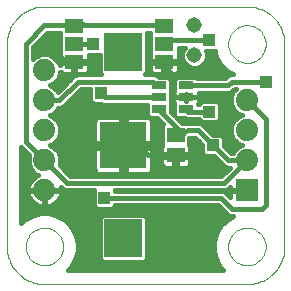
<source format=gbl>
G75*
G70*
%OFA0B0*%
%FSLAX24Y24*%
%IPPOS*%
%LPD*%
%AMOC8*
5,1,8,0,0,1.08239X$1,22.5*
%
%ADD10C,0.0000*%
%ADD11R,0.0740X0.0740*%
%ADD12C,0.0740*%
%ADD13R,0.0630X0.0460*%
%ADD14R,0.0500X0.0250*%
%ADD15C,0.0515*%
%ADD16R,0.1560X0.1560*%
%ADD17R,0.1250X0.1250*%
%ADD18R,0.0591X0.0512*%
%ADD19C,0.0160*%
%ADD20R,0.0396X0.0396*%
D10*
X000680Y001930D02*
X000680Y008680D01*
X000682Y008748D01*
X000687Y008815D01*
X000696Y008882D01*
X000709Y008949D01*
X000726Y009014D01*
X000745Y009079D01*
X000769Y009143D01*
X000796Y009205D01*
X000826Y009266D01*
X000859Y009324D01*
X000895Y009381D01*
X000935Y009436D01*
X000977Y009489D01*
X001023Y009540D01*
X001070Y009587D01*
X001121Y009633D01*
X001174Y009675D01*
X001229Y009715D01*
X001286Y009751D01*
X001344Y009784D01*
X001405Y009814D01*
X001467Y009841D01*
X001531Y009865D01*
X001596Y009884D01*
X001661Y009901D01*
X001728Y009914D01*
X001795Y009923D01*
X001862Y009928D01*
X001930Y009930D01*
X008680Y009930D01*
X008748Y009928D01*
X008815Y009923D01*
X008882Y009914D01*
X008949Y009901D01*
X009014Y009884D01*
X009079Y009865D01*
X009143Y009841D01*
X009205Y009814D01*
X009266Y009784D01*
X009324Y009751D01*
X009381Y009715D01*
X009436Y009675D01*
X009489Y009633D01*
X009540Y009587D01*
X009587Y009540D01*
X009633Y009489D01*
X009675Y009436D01*
X009715Y009381D01*
X009751Y009324D01*
X009784Y009266D01*
X009814Y009205D01*
X009841Y009143D01*
X009865Y009079D01*
X009884Y009014D01*
X009901Y008949D01*
X009914Y008882D01*
X009923Y008815D01*
X009928Y008748D01*
X009930Y008680D01*
X009930Y001930D01*
X009928Y001862D01*
X009923Y001795D01*
X009914Y001728D01*
X009901Y001661D01*
X009884Y001596D01*
X009865Y001531D01*
X009841Y001467D01*
X009814Y001405D01*
X009784Y001344D01*
X009751Y001286D01*
X009715Y001229D01*
X009675Y001174D01*
X009633Y001121D01*
X009587Y001070D01*
X009540Y001023D01*
X009489Y000977D01*
X009436Y000935D01*
X009381Y000895D01*
X009324Y000859D01*
X009266Y000826D01*
X009205Y000796D01*
X009143Y000769D01*
X009079Y000745D01*
X009014Y000726D01*
X008949Y000709D01*
X008882Y000696D01*
X008815Y000687D01*
X008748Y000682D01*
X008680Y000680D01*
X001930Y000680D01*
X001862Y000682D01*
X001795Y000687D01*
X001728Y000696D01*
X001661Y000709D01*
X001596Y000726D01*
X001531Y000745D01*
X001467Y000769D01*
X001405Y000796D01*
X001344Y000826D01*
X001286Y000859D01*
X001229Y000895D01*
X001174Y000935D01*
X001121Y000977D01*
X001070Y001023D01*
X001023Y001070D01*
X000977Y001121D01*
X000935Y001174D01*
X000895Y001229D01*
X000859Y001286D01*
X000826Y001344D01*
X000796Y001405D01*
X000769Y001467D01*
X000745Y001531D01*
X000726Y001596D01*
X000709Y001661D01*
X000696Y001728D01*
X000687Y001795D01*
X000682Y001862D01*
X000680Y001930D01*
X001305Y001930D02*
X001307Y001980D01*
X001313Y002029D01*
X001323Y002078D01*
X001336Y002125D01*
X001354Y002172D01*
X001375Y002217D01*
X001399Y002260D01*
X001427Y002301D01*
X001458Y002340D01*
X001492Y002376D01*
X001529Y002410D01*
X001569Y002440D01*
X001610Y002467D01*
X001654Y002491D01*
X001699Y002511D01*
X001746Y002527D01*
X001794Y002540D01*
X001843Y002549D01*
X001893Y002554D01*
X001942Y002555D01*
X001992Y002552D01*
X002041Y002545D01*
X002090Y002534D01*
X002137Y002520D01*
X002183Y002501D01*
X002228Y002479D01*
X002271Y002454D01*
X002311Y002425D01*
X002349Y002393D01*
X002385Y002359D01*
X002418Y002321D01*
X002447Y002281D01*
X002473Y002239D01*
X002496Y002195D01*
X002515Y002149D01*
X002531Y002102D01*
X002543Y002053D01*
X002551Y002004D01*
X002555Y001955D01*
X002555Y001905D01*
X002551Y001856D01*
X002543Y001807D01*
X002531Y001758D01*
X002515Y001711D01*
X002496Y001665D01*
X002473Y001621D01*
X002447Y001579D01*
X002418Y001539D01*
X002385Y001501D01*
X002349Y001467D01*
X002311Y001435D01*
X002271Y001406D01*
X002228Y001381D01*
X002183Y001359D01*
X002137Y001340D01*
X002090Y001326D01*
X002041Y001315D01*
X001992Y001308D01*
X001942Y001305D01*
X001893Y001306D01*
X001843Y001311D01*
X001794Y001320D01*
X001746Y001333D01*
X001699Y001349D01*
X001654Y001369D01*
X001610Y001393D01*
X001569Y001420D01*
X001529Y001450D01*
X001492Y001484D01*
X001458Y001520D01*
X001427Y001559D01*
X001399Y001600D01*
X001375Y001643D01*
X001354Y001688D01*
X001336Y001735D01*
X001323Y001782D01*
X001313Y001831D01*
X001307Y001880D01*
X001305Y001930D01*
X008055Y001930D02*
X008057Y001980D01*
X008063Y002029D01*
X008073Y002078D01*
X008086Y002125D01*
X008104Y002172D01*
X008125Y002217D01*
X008149Y002260D01*
X008177Y002301D01*
X008208Y002340D01*
X008242Y002376D01*
X008279Y002410D01*
X008319Y002440D01*
X008360Y002467D01*
X008404Y002491D01*
X008449Y002511D01*
X008496Y002527D01*
X008544Y002540D01*
X008593Y002549D01*
X008643Y002554D01*
X008692Y002555D01*
X008742Y002552D01*
X008791Y002545D01*
X008840Y002534D01*
X008887Y002520D01*
X008933Y002501D01*
X008978Y002479D01*
X009021Y002454D01*
X009061Y002425D01*
X009099Y002393D01*
X009135Y002359D01*
X009168Y002321D01*
X009197Y002281D01*
X009223Y002239D01*
X009246Y002195D01*
X009265Y002149D01*
X009281Y002102D01*
X009293Y002053D01*
X009301Y002004D01*
X009305Y001955D01*
X009305Y001905D01*
X009301Y001856D01*
X009293Y001807D01*
X009281Y001758D01*
X009265Y001711D01*
X009246Y001665D01*
X009223Y001621D01*
X009197Y001579D01*
X009168Y001539D01*
X009135Y001501D01*
X009099Y001467D01*
X009061Y001435D01*
X009021Y001406D01*
X008978Y001381D01*
X008933Y001359D01*
X008887Y001340D01*
X008840Y001326D01*
X008791Y001315D01*
X008742Y001308D01*
X008692Y001305D01*
X008643Y001306D01*
X008593Y001311D01*
X008544Y001320D01*
X008496Y001333D01*
X008449Y001349D01*
X008404Y001369D01*
X008360Y001393D01*
X008319Y001420D01*
X008279Y001450D01*
X008242Y001484D01*
X008208Y001520D01*
X008177Y001559D01*
X008149Y001600D01*
X008125Y001643D01*
X008104Y001688D01*
X008086Y001735D01*
X008073Y001782D01*
X008063Y001831D01*
X008057Y001880D01*
X008055Y001930D01*
X008055Y008680D02*
X008057Y008730D01*
X008063Y008779D01*
X008073Y008828D01*
X008086Y008875D01*
X008104Y008922D01*
X008125Y008967D01*
X008149Y009010D01*
X008177Y009051D01*
X008208Y009090D01*
X008242Y009126D01*
X008279Y009160D01*
X008319Y009190D01*
X008360Y009217D01*
X008404Y009241D01*
X008449Y009261D01*
X008496Y009277D01*
X008544Y009290D01*
X008593Y009299D01*
X008643Y009304D01*
X008692Y009305D01*
X008742Y009302D01*
X008791Y009295D01*
X008840Y009284D01*
X008887Y009270D01*
X008933Y009251D01*
X008978Y009229D01*
X009021Y009204D01*
X009061Y009175D01*
X009099Y009143D01*
X009135Y009109D01*
X009168Y009071D01*
X009197Y009031D01*
X009223Y008989D01*
X009246Y008945D01*
X009265Y008899D01*
X009281Y008852D01*
X009293Y008803D01*
X009301Y008754D01*
X009305Y008705D01*
X009305Y008655D01*
X009301Y008606D01*
X009293Y008557D01*
X009281Y008508D01*
X009265Y008461D01*
X009246Y008415D01*
X009223Y008371D01*
X009197Y008329D01*
X009168Y008289D01*
X009135Y008251D01*
X009099Y008217D01*
X009061Y008185D01*
X009021Y008156D01*
X008978Y008131D01*
X008933Y008109D01*
X008887Y008090D01*
X008840Y008076D01*
X008791Y008065D01*
X008742Y008058D01*
X008692Y008055D01*
X008643Y008056D01*
X008593Y008061D01*
X008544Y008070D01*
X008496Y008083D01*
X008449Y008099D01*
X008404Y008119D01*
X008360Y008143D01*
X008319Y008170D01*
X008279Y008200D01*
X008242Y008234D01*
X008208Y008270D01*
X008177Y008309D01*
X008149Y008350D01*
X008125Y008393D01*
X008104Y008438D01*
X008086Y008485D01*
X008073Y008532D01*
X008063Y008581D01*
X008057Y008630D01*
X008055Y008680D01*
D11*
X008680Y003805D03*
D12*
X008680Y004805D03*
X008680Y005805D03*
X008680Y006805D03*
X001930Y006805D03*
X001930Y007805D03*
X001930Y005805D03*
X001930Y004805D03*
X001930Y003805D03*
D13*
X002930Y008080D03*
X002930Y008680D03*
X002930Y009280D03*
X005930Y009280D03*
X005930Y008680D03*
X005930Y008080D03*
D14*
X005755Y007305D03*
X005755Y006905D03*
X005755Y006505D03*
X006655Y006505D03*
X006655Y006905D03*
X006655Y007305D03*
D15*
X006930Y008305D03*
X006930Y009305D03*
D16*
X004555Y005305D03*
D17*
X004555Y008405D03*
X004555Y002205D03*
D18*
X006305Y004970D03*
X006305Y005640D03*
D19*
X006720Y005805D01*
X007055Y005805D01*
X007555Y005305D01*
X008055Y004805D01*
X008680Y004805D01*
X007930Y004055D01*
X002680Y004055D01*
X001930Y004805D01*
X001305Y005430D01*
X001305Y008680D01*
X001930Y009305D01*
X003305Y009305D01*
X005780Y009305D01*
X005930Y009280D01*
X005455Y009065D02*
X005455Y008984D01*
X005459Y008980D01*
X005455Y008976D01*
X005455Y008393D01*
X005447Y008379D01*
X005435Y008334D01*
X005435Y008115D01*
X005895Y008115D01*
X005895Y008045D01*
X005965Y008045D01*
X005965Y008115D01*
X006425Y008115D01*
X006425Y008334D01*
X006413Y008379D01*
X006405Y008393D01*
X006405Y008565D01*
X006600Y008565D01*
X006576Y008541D01*
X006513Y008388D01*
X006513Y008222D01*
X006576Y008069D01*
X006694Y007951D01*
X006847Y007888D01*
X007013Y007888D01*
X007166Y007951D01*
X007284Y008069D01*
X007347Y008222D01*
X007347Y008388D01*
X007323Y008447D01*
X007598Y008447D01*
X007650Y008253D01*
X007796Y008002D01*
X008002Y007796D01*
X008219Y007670D01*
X008132Y007670D01*
X008044Y007633D01*
X007977Y007566D01*
X007956Y007545D01*
X007016Y007545D01*
X006971Y007590D01*
X006339Y007590D01*
X006245Y007496D01*
X006245Y007114D01*
X006245Y007113D01*
X006237Y007099D01*
X006225Y007054D01*
X006225Y006905D01*
X006655Y006905D01*
X006630Y006930D01*
X006305Y006930D01*
X006180Y007055D01*
X006180Y007680D01*
X005930Y007930D01*
X005930Y008080D01*
X005965Y008045D02*
X005965Y007670D01*
X006269Y007670D01*
X006314Y007682D01*
X006356Y007706D01*
X006389Y007739D01*
X006413Y007781D01*
X006425Y007826D01*
X006425Y008045D01*
X005965Y008045D01*
X005895Y008045D02*
X005895Y007670D01*
X005591Y007670D01*
X005546Y007682D01*
X005504Y007706D01*
X005471Y007739D01*
X005447Y007781D01*
X005435Y007826D01*
X005435Y008045D01*
X005895Y008045D01*
X005895Y007971D02*
X005965Y007971D01*
X005965Y007813D02*
X005895Y007813D01*
X005691Y007633D02*
X005603Y007670D01*
X005296Y007670D01*
X005340Y007714D01*
X005340Y009065D01*
X005455Y009065D01*
X005455Y008922D02*
X005340Y008922D01*
X005340Y008764D02*
X005455Y008764D01*
X005455Y008605D02*
X005340Y008605D01*
X005340Y008447D02*
X005455Y008447D01*
X005435Y008288D02*
X005340Y008288D01*
X005340Y008130D02*
X005435Y008130D01*
X005435Y007971D02*
X005340Y007971D01*
X005340Y007813D02*
X005439Y007813D01*
X005641Y007654D02*
X008094Y007654D01*
X007985Y007813D02*
X006421Y007813D01*
X006425Y007971D02*
X006674Y007971D01*
X006551Y008130D02*
X006425Y008130D01*
X006425Y008288D02*
X006513Y008288D01*
X006537Y008447D02*
X006405Y008447D01*
X006055Y008805D02*
X007430Y008805D01*
X007323Y008447D02*
X007599Y008447D01*
X007641Y008288D02*
X007347Y008288D01*
X007309Y008130D02*
X007722Y008130D01*
X007826Y007971D02*
X007186Y007971D01*
X006655Y007305D02*
X008055Y007305D01*
X008180Y007430D01*
X009305Y007430D01*
X008680Y006805D02*
X009305Y006180D01*
X009305Y003305D01*
X009180Y003180D01*
X008180Y003180D01*
X007805Y003555D01*
X003930Y003555D01*
X004288Y003795D02*
X004288Y003815D01*
X007978Y003815D01*
X008066Y003852D01*
X008130Y003916D01*
X008130Y003825D01*
X008660Y003825D01*
X008660Y003785D01*
X008130Y003785D01*
X008130Y003569D01*
X008008Y003691D01*
X007941Y003758D01*
X007853Y003795D01*
X004288Y003795D01*
X004288Y003315D02*
X007706Y003315D01*
X008044Y002977D01*
X008132Y002940D01*
X008219Y002940D01*
X008002Y002814D01*
X007796Y002608D01*
X007650Y002357D01*
X007575Y002075D01*
X007575Y001785D01*
X007650Y001503D01*
X007796Y001252D01*
X007887Y001160D01*
X002723Y001160D01*
X002814Y001252D01*
X002960Y001503D01*
X003035Y001785D01*
X003035Y002075D01*
X002960Y002357D01*
X002814Y002608D01*
X002608Y002814D01*
X002357Y002960D01*
X002075Y003035D01*
X001785Y003035D01*
X001503Y002960D01*
X001252Y002814D01*
X001160Y002723D01*
X001160Y005236D01*
X001425Y004971D01*
X001400Y004910D01*
X001400Y004700D01*
X001481Y004505D01*
X001630Y004356D01*
X001724Y004316D01*
X001719Y004315D01*
X001642Y004275D01*
X001572Y004225D01*
X001510Y004163D01*
X001460Y004093D01*
X001420Y004016D01*
X001394Y003934D01*
X001380Y003848D01*
X001380Y003825D01*
X001910Y003825D01*
X001910Y003785D01*
X001950Y003785D01*
X001950Y003825D01*
X002480Y003825D01*
X002480Y003848D01*
X002467Y003928D01*
X002544Y003852D01*
X002632Y003815D01*
X003572Y003815D01*
X003572Y003291D01*
X003666Y003197D01*
X004194Y003197D01*
X004288Y003291D01*
X004288Y003315D01*
X004213Y003216D02*
X007805Y003216D01*
X007963Y003058D02*
X001160Y003058D01*
X001160Y002899D02*
X001398Y002899D01*
X001178Y002741D02*
X001160Y002741D01*
X001160Y003216D02*
X003647Y003216D01*
X003572Y003375D02*
X002273Y003375D01*
X002288Y003385D02*
X002350Y003447D01*
X002400Y003517D01*
X002440Y003594D01*
X002466Y003676D01*
X002480Y003762D01*
X002480Y003785D01*
X001950Y003785D01*
X001950Y003255D01*
X001973Y003255D01*
X002059Y003269D01*
X002141Y003295D01*
X002218Y003335D01*
X002288Y003385D01*
X002409Y003533D02*
X003572Y003533D01*
X003572Y003692D02*
X002469Y003692D01*
X002480Y003850D02*
X002548Y003850D01*
X002779Y004295D02*
X002435Y004639D01*
X002460Y004700D01*
X002460Y004910D01*
X002379Y005105D01*
X002230Y005254D01*
X002108Y005305D01*
X002230Y005356D01*
X002379Y005505D01*
X002460Y005700D01*
X002460Y005910D01*
X002379Y006105D01*
X002230Y006254D01*
X002108Y006305D01*
X002230Y006356D01*
X002379Y006505D01*
X002404Y006565D01*
X002478Y006565D01*
X002566Y006602D01*
X002633Y006669D01*
X003154Y007190D01*
X003447Y007190D01*
X003447Y006791D01*
X003541Y006697D01*
X003830Y006697D01*
X003907Y006665D01*
X005345Y006665D01*
X005345Y006314D01*
X005408Y006251D01*
X005404Y006253D01*
X005359Y006265D01*
X004635Y006265D01*
X004635Y005385D01*
X005515Y005385D01*
X005515Y006109D01*
X005503Y006154D01*
X005479Y006196D01*
X005455Y006220D01*
X005676Y006220D01*
X005892Y006004D01*
X005850Y005962D01*
X005850Y005317D01*
X005853Y005314D01*
X005842Y005296D01*
X005830Y005250D01*
X005830Y005018D01*
X006257Y005018D01*
X006257Y004922D01*
X006353Y004922D01*
X006353Y004534D01*
X006624Y004534D01*
X006670Y004547D01*
X006711Y004570D01*
X006744Y004604D01*
X006768Y004645D01*
X006780Y004691D01*
X006780Y004922D01*
X006353Y004922D01*
X006353Y005018D01*
X006780Y005018D01*
X006780Y005250D01*
X006768Y005296D01*
X006757Y005314D01*
X006760Y005317D01*
X006760Y005548D01*
X006766Y005562D01*
X006768Y005565D01*
X006956Y005565D01*
X007197Y005324D01*
X007197Y005041D01*
X007291Y004947D01*
X007574Y004947D01*
X007852Y004669D01*
X007919Y004602D01*
X008007Y004565D01*
X008101Y004565D01*
X007831Y004295D01*
X002779Y004295D01*
X002749Y004326D02*
X007861Y004326D01*
X008020Y004484D02*
X005510Y004484D01*
X005515Y004501D02*
X005515Y005225D01*
X004635Y005225D01*
X004635Y005385D01*
X004475Y005385D01*
X004475Y006265D01*
X003751Y006265D01*
X003706Y006253D01*
X003664Y006229D01*
X003631Y006196D01*
X003607Y006154D01*
X003595Y006109D01*
X003595Y005385D01*
X004475Y005385D01*
X004475Y005225D01*
X004635Y005225D01*
X004635Y004345D01*
X005359Y004345D01*
X005404Y004357D01*
X005446Y004381D01*
X005479Y004414D01*
X005503Y004456D01*
X005515Y004501D01*
X005515Y004643D02*
X005843Y004643D01*
X005842Y004645D02*
X005866Y004604D01*
X005899Y004570D01*
X005940Y004547D01*
X005986Y004534D01*
X006257Y004534D01*
X006257Y004922D01*
X005830Y004922D01*
X005830Y004691D01*
X005842Y004645D01*
X005830Y004801D02*
X005515Y004801D01*
X005515Y004960D02*
X006257Y004960D01*
X006305Y004970D02*
X005390Y004970D01*
X005055Y005305D01*
X004635Y005277D02*
X005837Y005277D01*
X005830Y005118D02*
X005515Y005118D01*
X005515Y005435D02*
X005850Y005435D01*
X005850Y005594D02*
X005515Y005594D01*
X005515Y005752D02*
X005850Y005752D01*
X005850Y005911D02*
X005515Y005911D01*
X005515Y006069D02*
X005827Y006069D01*
X005805Y006430D02*
X005805Y006455D01*
X005755Y006505D01*
X005805Y006430D02*
X006555Y005680D01*
X006305Y005640D01*
X006676Y006046D02*
X006667Y006056D01*
X006519Y006056D01*
X006354Y006220D01*
X006610Y006220D01*
X006682Y006190D01*
X007072Y006190D01*
X007072Y006166D01*
X007166Y006072D01*
X007694Y006072D01*
X007788Y006166D01*
X007788Y006694D01*
X007694Y006788D01*
X007166Y006788D01*
X007072Y006694D01*
X007072Y006670D01*
X007065Y006670D01*
X007065Y006696D01*
X007065Y006697D01*
X007073Y006711D01*
X007085Y006756D01*
X007085Y006905D01*
X007085Y007054D01*
X007082Y007065D01*
X008103Y007065D01*
X008191Y007102D01*
X008279Y007190D01*
X008315Y007190D01*
X008231Y007105D01*
X008150Y006910D01*
X008150Y006700D01*
X008231Y006505D01*
X008380Y006356D01*
X008502Y006305D01*
X008380Y006254D01*
X008231Y006105D01*
X008150Y005910D01*
X008150Y005700D01*
X008231Y005505D01*
X008380Y005356D01*
X008502Y005305D01*
X008380Y005254D01*
X008231Y005105D01*
X008206Y005045D01*
X008154Y005045D01*
X007913Y005286D01*
X007913Y005569D01*
X007819Y005663D01*
X007536Y005663D01*
X007191Y006008D01*
X007103Y006045D01*
X006722Y006045D01*
X006676Y006046D01*
X006505Y006069D02*
X008216Y006069D01*
X008353Y006228D02*
X007788Y006228D01*
X007788Y006386D02*
X008349Y006386D01*
X008214Y006545D02*
X007788Y006545D01*
X007779Y006703D02*
X008150Y006703D01*
X008150Y006862D02*
X007085Y006862D01*
X007085Y006905D02*
X006655Y006905D01*
X006655Y006905D01*
X006655Y007020D01*
X006655Y007020D01*
X006655Y006905D01*
X007085Y006905D01*
X007085Y007020D02*
X008195Y007020D01*
X008268Y007179D02*
X008304Y007179D01*
X007430Y006430D02*
X006730Y006430D01*
X006655Y006505D01*
X006655Y006790D02*
X006655Y006905D01*
X006655Y006905D01*
X006655Y006790D01*
X006655Y006790D01*
X006655Y006862D02*
X006655Y006862D01*
X006655Y006905D02*
X006655Y006905D01*
X006655Y006905D01*
X006225Y006905D01*
X006225Y006756D01*
X006237Y006711D01*
X006245Y006697D01*
X006245Y006696D01*
X006245Y006329D01*
X006165Y006409D01*
X006165Y006696D01*
X006156Y006705D01*
X006165Y006714D01*
X006165Y007096D01*
X006156Y007105D01*
X006165Y007114D01*
X006165Y007496D01*
X006071Y007590D01*
X005734Y007590D01*
X005691Y007633D01*
X005555Y007430D02*
X003055Y007430D01*
X002430Y006805D01*
X001930Y006805D01*
X002306Y007179D02*
X002464Y007179D01*
X002379Y007105D02*
X002383Y007097D01*
X002919Y007633D01*
X003007Y007670D01*
X003814Y007670D01*
X003770Y007714D01*
X003770Y008322D01*
X003425Y008322D01*
X003425Y008115D01*
X002965Y008115D01*
X002965Y008045D01*
X003425Y008045D01*
X003425Y007826D01*
X003413Y007781D01*
X003389Y007739D01*
X003356Y007706D01*
X003314Y007682D01*
X003269Y007670D01*
X002965Y007670D01*
X002965Y008045D01*
X002895Y008045D01*
X002435Y008045D01*
X002435Y007971D01*
X002435Y007971D01*
X002379Y008105D01*
X002230Y008254D01*
X002035Y008335D01*
X001825Y008335D01*
X001630Y008254D01*
X001545Y008170D01*
X001545Y008581D01*
X002029Y009065D01*
X002455Y009065D01*
X002455Y008984D01*
X002459Y008980D01*
X002455Y008976D01*
X002455Y008393D01*
X002447Y008379D01*
X002435Y008334D01*
X002435Y008115D01*
X002895Y008115D01*
X002895Y008045D01*
X002895Y007670D01*
X002591Y007670D01*
X002546Y007682D01*
X002504Y007706D01*
X002471Y007739D01*
X002460Y007758D01*
X002460Y007700D01*
X002379Y007505D01*
X002230Y007356D01*
X002108Y007305D01*
X002230Y007254D01*
X002379Y007105D01*
X002185Y007337D02*
X002623Y007337D01*
X002781Y007496D02*
X002370Y007496D01*
X002441Y007654D02*
X002969Y007654D01*
X002965Y007813D02*
X002895Y007813D01*
X002895Y007971D02*
X002965Y007971D01*
X002905Y008055D02*
X002930Y008080D01*
X002905Y008055D02*
X002680Y008055D01*
X002080Y008655D01*
X002080Y008680D01*
X002055Y008680D01*
X001886Y008922D02*
X002455Y008922D01*
X002455Y008764D02*
X001728Y008764D01*
X001569Y008605D02*
X002455Y008605D01*
X002455Y008447D02*
X001545Y008447D01*
X001545Y008288D02*
X001711Y008288D01*
X002149Y008288D02*
X002435Y008288D01*
X002435Y008130D02*
X002355Y008130D01*
X002930Y008680D02*
X003555Y008680D01*
X003425Y008288D02*
X003770Y008288D01*
X003770Y008130D02*
X003425Y008130D01*
X003425Y007971D02*
X003770Y007971D01*
X003770Y007813D02*
X003421Y007813D01*
X003447Y007179D02*
X003143Y007179D01*
X002984Y007020D02*
X003447Y007020D01*
X003447Y006862D02*
X002826Y006862D01*
X002667Y006703D02*
X003534Y006703D01*
X003805Y007055D02*
X003955Y006905D01*
X005755Y006905D01*
X005755Y007305D02*
X005680Y007305D01*
X005555Y007430D01*
X006165Y007496D02*
X006245Y007496D01*
X006245Y007337D02*
X006165Y007337D01*
X006165Y007179D02*
X006245Y007179D01*
X006225Y007020D02*
X006165Y007020D01*
X006165Y006862D02*
X006225Y006862D01*
X006242Y006703D02*
X006158Y006703D01*
X006165Y006545D02*
X006245Y006545D01*
X006245Y006386D02*
X006188Y006386D01*
X005345Y006386D02*
X002261Y006386D01*
X002396Y006545D02*
X005345Y006545D01*
X004635Y006228D02*
X004475Y006228D01*
X004475Y006069D02*
X004635Y006069D01*
X004635Y005911D02*
X004475Y005911D01*
X004475Y005752D02*
X004635Y005752D01*
X004635Y005594D02*
X004475Y005594D01*
X004475Y005435D02*
X004635Y005435D01*
X004475Y005277D02*
X002177Y005277D01*
X002310Y005435D02*
X003595Y005435D01*
X003595Y005594D02*
X002416Y005594D01*
X002460Y005752D02*
X003595Y005752D01*
X003595Y005911D02*
X002460Y005911D01*
X002394Y006069D02*
X003595Y006069D01*
X003663Y006228D02*
X002257Y006228D01*
X002367Y005118D02*
X003595Y005118D01*
X003595Y005225D02*
X003595Y004501D01*
X003607Y004456D01*
X003631Y004414D01*
X003664Y004381D01*
X003706Y004357D01*
X003751Y004345D01*
X004475Y004345D01*
X004475Y005225D01*
X003595Y005225D01*
X003595Y004960D02*
X002440Y004960D01*
X002460Y004801D02*
X003595Y004801D01*
X003595Y004643D02*
X002436Y004643D01*
X002590Y004484D02*
X003600Y004484D01*
X004475Y004484D02*
X004635Y004484D01*
X004635Y004643D02*
X004475Y004643D01*
X004475Y004801D02*
X004635Y004801D01*
X004635Y004960D02*
X004475Y004960D01*
X004475Y005118D02*
X004635Y005118D01*
X006257Y004801D02*
X006353Y004801D01*
X006353Y004960D02*
X007278Y004960D01*
X007197Y005118D02*
X006780Y005118D01*
X006773Y005277D02*
X007197Y005277D01*
X007086Y005435D02*
X006760Y005435D01*
X007289Y005911D02*
X008150Y005911D01*
X008150Y005752D02*
X007447Y005752D01*
X007889Y005594D02*
X008194Y005594D01*
X008300Y005435D02*
X007913Y005435D01*
X007923Y005277D02*
X008433Y005277D01*
X008243Y005118D02*
X008081Y005118D01*
X007720Y004801D02*
X006780Y004801D01*
X006767Y004643D02*
X007878Y004643D01*
X007852Y004669D02*
X007852Y004669D01*
X008062Y003850D02*
X008130Y003850D01*
X008130Y003692D02*
X008008Y003692D01*
X008148Y002899D02*
X005337Y002899D01*
X005340Y002896D02*
X005246Y002990D01*
X003864Y002990D01*
X003770Y002896D01*
X003770Y001514D01*
X003864Y001420D01*
X005246Y001420D01*
X005340Y001514D01*
X005340Y002896D01*
X005340Y002741D02*
X007928Y002741D01*
X007780Y002582D02*
X005340Y002582D01*
X005340Y002424D02*
X007689Y002424D01*
X007626Y002265D02*
X005340Y002265D01*
X005340Y002107D02*
X007583Y002107D01*
X007575Y001948D02*
X005340Y001948D01*
X005340Y001790D02*
X007575Y001790D01*
X007616Y001631D02*
X005340Y001631D01*
X005299Y001473D02*
X007668Y001473D01*
X007760Y001314D02*
X002850Y001314D01*
X002942Y001473D02*
X003811Y001473D01*
X003770Y001631D02*
X002994Y001631D01*
X003035Y001790D02*
X003770Y001790D01*
X003770Y001948D02*
X003035Y001948D01*
X003027Y002107D02*
X003770Y002107D01*
X003770Y002265D02*
X002984Y002265D01*
X002921Y002424D02*
X003770Y002424D01*
X003770Y002582D02*
X002830Y002582D01*
X002682Y002741D02*
X003770Y002741D01*
X003773Y002899D02*
X002462Y002899D01*
X001910Y003255D02*
X001910Y003785D01*
X001380Y003785D01*
X001380Y003762D01*
X001394Y003676D01*
X001420Y003594D01*
X001460Y003517D01*
X001510Y003447D01*
X001572Y003385D01*
X001642Y003335D01*
X001719Y003295D01*
X001801Y003269D01*
X001887Y003255D01*
X001910Y003255D01*
X001910Y003375D02*
X001950Y003375D01*
X001950Y003533D02*
X001910Y003533D01*
X001910Y003692D02*
X001950Y003692D01*
X001587Y003375D02*
X001160Y003375D01*
X001160Y003533D02*
X001451Y003533D01*
X001391Y003692D02*
X001160Y003692D01*
X001160Y003850D02*
X001380Y003850D01*
X001418Y004009D02*
X001160Y004009D01*
X001160Y004167D02*
X001514Y004167D01*
X001703Y004326D02*
X001160Y004326D01*
X001160Y004484D02*
X001501Y004484D01*
X001424Y004643D02*
X001160Y004643D01*
X001160Y004801D02*
X001400Y004801D01*
X001420Y004960D02*
X001160Y004960D01*
X001160Y005118D02*
X001278Y005118D01*
X004180Y008055D02*
X004205Y008055D01*
X004555Y008405D01*
X004905Y008055D01*
X004930Y008055D01*
X004180Y008805D01*
X004180Y008055D02*
X004930Y008805D01*
X005930Y008680D02*
X006055Y008805D01*
X007068Y006703D02*
X007081Y006703D01*
X006353Y004643D02*
X006257Y004643D01*
X003305Y009305D02*
X002905Y009405D01*
X002930Y009280D01*
D20*
X003555Y008680D03*
X004180Y008055D03*
X004930Y008055D03*
X003805Y007055D03*
X003430Y006430D03*
X005055Y005305D03*
X003930Y003555D03*
X003430Y001930D03*
X007180Y001930D03*
X007555Y005305D03*
X007430Y006430D03*
X007680Y007680D03*
X007430Y008805D03*
X009305Y007430D03*
X002055Y008680D03*
M02*

</source>
